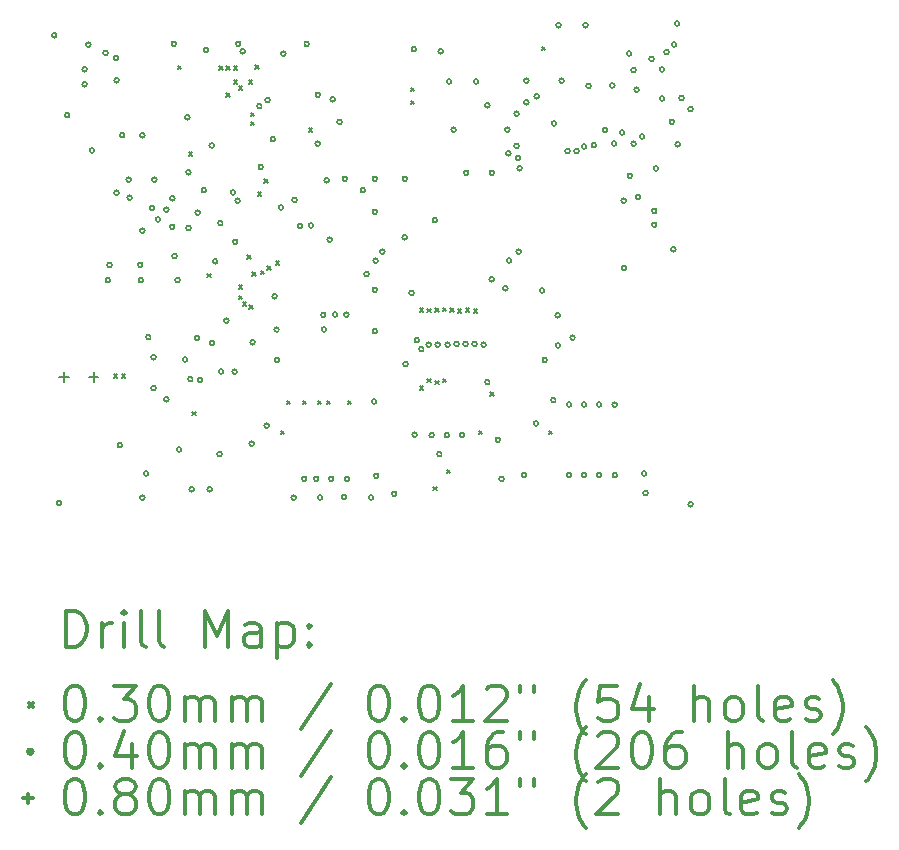
<source format=gbr>
%FSLAX45Y45*%
G04 Gerber Fmt 4.5, Leading zero omitted, Abs format (unit mm)*
G04 Created by KiCad (PCBNEW (5.1.5)-3) date 2020-08-18 03:56:37*
%MOMM*%
%LPD*%
G04 APERTURE LIST*
%ADD10C,0.200000*%
%ADD11C,0.300000*%
G04 APERTURE END LIST*
D10*
X13281900Y-13370800D02*
X13311900Y-13400800D01*
X13311900Y-13370800D02*
X13281900Y-13400800D01*
X13351750Y-13370800D02*
X13381750Y-13400800D01*
X13381750Y-13370800D02*
X13351750Y-13400800D01*
X13824300Y-10758300D02*
X13854300Y-10788300D01*
X13854300Y-10758300D02*
X13824300Y-10788300D01*
X13916900Y-11491200D02*
X13946900Y-11521200D01*
X13946900Y-11491200D02*
X13916900Y-11521200D01*
X13948650Y-13688300D02*
X13978650Y-13718300D01*
X13978650Y-13688300D02*
X13948650Y-13718300D01*
X14075650Y-12519900D02*
X14105650Y-12549900D01*
X14105650Y-12519900D02*
X14075650Y-12549900D01*
X14177250Y-10760950D02*
X14207250Y-10790950D01*
X14207250Y-10760950D02*
X14177250Y-10790950D01*
X14234400Y-10760950D02*
X14264400Y-10790950D01*
X14264400Y-10760950D02*
X14234400Y-10790950D01*
X14234400Y-10989550D02*
X14264400Y-11019550D01*
X14264400Y-10989550D02*
X14234400Y-11019550D01*
X14297900Y-10760950D02*
X14327900Y-10790950D01*
X14327900Y-10760950D02*
X14297900Y-10790950D01*
X14297900Y-10881600D02*
X14327900Y-10911600D01*
X14327900Y-10881600D02*
X14297900Y-10911600D01*
X14342350Y-10932400D02*
X14372350Y-10962400D01*
X14372350Y-10932400D02*
X14342350Y-10962400D01*
X14342350Y-12615150D02*
X14372350Y-12645150D01*
X14372350Y-12615150D02*
X14342350Y-12645150D01*
X14342350Y-12704050D02*
X14372350Y-12734050D01*
X14372350Y-12704050D02*
X14342350Y-12734050D01*
X14374100Y-12761200D02*
X14404100Y-12791200D01*
X14404100Y-12761200D02*
X14374100Y-12791200D01*
X14412200Y-12361150D02*
X14442200Y-12391150D01*
X14442200Y-12361150D02*
X14412200Y-12391150D01*
X14424900Y-10881600D02*
X14454900Y-10911600D01*
X14454900Y-10881600D02*
X14424900Y-10911600D01*
X14431250Y-12786600D02*
X14461250Y-12816600D01*
X14461250Y-12786600D02*
X14431250Y-12816600D01*
X14443298Y-11232772D02*
X14473298Y-11262772D01*
X14473298Y-11232772D02*
X14443298Y-11262772D01*
X14445220Y-11155920D02*
X14475220Y-11185920D01*
X14475220Y-11155920D02*
X14445220Y-11185920D01*
X14456650Y-12507200D02*
X14486650Y-12537200D01*
X14486650Y-12507200D02*
X14456650Y-12537200D01*
X14482050Y-10754600D02*
X14512050Y-10784600D01*
X14512050Y-10754600D02*
X14482050Y-10784600D01*
X14501100Y-11827750D02*
X14531100Y-11857750D01*
X14531100Y-11827750D02*
X14501100Y-11857750D01*
X14526500Y-12494500D02*
X14556500Y-12524500D01*
X14556500Y-12494500D02*
X14526500Y-12524500D01*
X14558250Y-11719800D02*
X14588250Y-11749800D01*
X14588250Y-11719800D02*
X14558250Y-11749800D01*
X14583650Y-12456400D02*
X14613650Y-12486400D01*
X14613650Y-12456400D02*
X14583650Y-12486400D01*
X14653500Y-12411950D02*
X14683500Y-12441950D01*
X14683500Y-12411950D02*
X14653500Y-12441950D01*
X14697950Y-13847050D02*
X14727950Y-13877050D01*
X14727950Y-13847050D02*
X14697950Y-13877050D01*
X14748750Y-13593050D02*
X14778750Y-13623050D01*
X14778750Y-13593050D02*
X14748750Y-13623050D01*
X14882100Y-13593050D02*
X14912100Y-13623050D01*
X14912100Y-13593050D02*
X14882100Y-13623050D01*
X14935251Y-11285649D02*
X14965251Y-11315649D01*
X14965251Y-11285649D02*
X14935251Y-11315649D01*
X15009100Y-13593050D02*
X15039100Y-13623050D01*
X15039100Y-13593050D02*
X15009100Y-13623050D01*
X15085300Y-13593050D02*
X15115300Y-13623050D01*
X15115300Y-13593050D02*
X15085300Y-13623050D01*
X15263100Y-13593050D02*
X15293100Y-13623050D01*
X15293100Y-13593050D02*
X15263100Y-13623050D01*
X15796500Y-10945100D02*
X15826500Y-10975100D01*
X15826500Y-10945100D02*
X15796500Y-10975100D01*
X15796500Y-11053050D02*
X15826500Y-11083050D01*
X15826500Y-11053050D02*
X15796500Y-11083050D01*
X15872700Y-12812000D02*
X15902700Y-12842000D01*
X15902700Y-12812000D02*
X15872700Y-12842000D01*
X15873800Y-13471300D02*
X15903800Y-13501300D01*
X15903800Y-13471300D02*
X15873800Y-13501300D01*
X15938800Y-12815750D02*
X15968800Y-12845750D01*
X15968800Y-12815750D02*
X15938800Y-12845750D01*
X15938800Y-13406300D02*
X15968800Y-13436300D01*
X15968800Y-13406300D02*
X15938800Y-13436300D01*
X15987000Y-14323300D02*
X16017000Y-14353300D01*
X16017000Y-14323300D02*
X15987000Y-14353300D01*
X16003800Y-12809750D02*
X16033800Y-12839750D01*
X16033800Y-12809750D02*
X16003800Y-12839750D01*
X16003800Y-13423850D02*
X16033800Y-13453850D01*
X16033800Y-13423850D02*
X16003800Y-13453850D01*
X16069550Y-12805650D02*
X16099550Y-12835650D01*
X16099550Y-12805650D02*
X16069550Y-12835650D01*
X16069550Y-13408900D02*
X16099550Y-13438900D01*
X16099550Y-13408900D02*
X16069550Y-13438900D01*
X16101300Y-14177250D02*
X16131300Y-14207250D01*
X16131300Y-14177250D02*
X16101300Y-14207250D01*
X16133050Y-12812000D02*
X16163050Y-12842000D01*
X16163050Y-12812000D02*
X16133050Y-12842000D01*
X16196550Y-12818350D02*
X16226550Y-12848350D01*
X16226550Y-12818350D02*
X16196550Y-12848350D01*
X16263800Y-12809400D02*
X16293800Y-12839400D01*
X16293800Y-12809400D02*
X16263800Y-12839400D01*
X16329900Y-12818350D02*
X16359900Y-12848350D01*
X16359900Y-12818350D02*
X16329900Y-12848350D01*
X16374350Y-13847050D02*
X16404350Y-13877050D01*
X16404350Y-13847050D02*
X16374350Y-13877050D01*
X16469600Y-13523200D02*
X16499600Y-13553200D01*
X16499600Y-13523200D02*
X16469600Y-13553200D01*
X16907750Y-10595850D02*
X16937750Y-10625850D01*
X16937750Y-10595850D02*
X16907750Y-10625850D01*
X16964900Y-13847050D02*
X16994900Y-13877050D01*
X16994900Y-13847050D02*
X16964900Y-13877050D01*
X12799475Y-10499825D02*
G75*
G03X12799475Y-10499825I-20000J0D01*
G01*
X12840650Y-14458950D02*
G75*
G03X12840650Y-14458950I-20000J0D01*
G01*
X12910050Y-11175550D02*
G75*
G03X12910050Y-11175550I-20000J0D01*
G01*
X13056550Y-10788650D02*
G75*
G03X13056550Y-10788650I-20000J0D01*
G01*
X13056550Y-10915650D02*
G75*
G03X13056550Y-10915650I-20000J0D01*
G01*
X13088300Y-10579100D02*
G75*
G03X13088300Y-10579100I-20000J0D01*
G01*
X13120050Y-11474450D02*
G75*
G03X13120050Y-11474450I-20000J0D01*
G01*
X13234350Y-10648950D02*
G75*
G03X13234350Y-10648950I-20000J0D01*
G01*
X13253400Y-12573000D02*
G75*
G03X13253400Y-12573000I-20000J0D01*
G01*
X13267950Y-12444150D02*
G75*
G03X13267950Y-12444150I-20000J0D01*
G01*
X13323250Y-10693400D02*
G75*
G03X13323250Y-10693400I-20000J0D01*
G01*
X13327053Y-11833853D02*
G75*
G03X13327053Y-11833853I-20000J0D01*
G01*
X13327425Y-10881725D02*
G75*
G03X13327425Y-10881725I-20000J0D01*
G01*
X13355000Y-13970750D02*
G75*
G03X13355000Y-13970750I-20000J0D01*
G01*
X13375438Y-11346062D02*
G75*
G03X13375438Y-11346062I-20000J0D01*
G01*
X13431200Y-11722100D02*
G75*
G03X13431200Y-11722100I-20000J0D01*
G01*
X13437550Y-11874500D02*
G75*
G03X13437550Y-11874500I-20000J0D01*
G01*
X13528500Y-12443950D02*
G75*
G03X13528500Y-12443950I-20000J0D01*
G01*
X13532800Y-12573000D02*
G75*
G03X13532800Y-12573000I-20000J0D01*
G01*
X13545500Y-12153900D02*
G75*
G03X13545500Y-12153900I-20000J0D01*
G01*
X13545500Y-14414500D02*
G75*
G03X13545500Y-14414500I-20000J0D01*
G01*
X13545996Y-11346954D02*
G75*
G03X13545996Y-11346954I-20000J0D01*
G01*
X13577250Y-14211300D02*
G75*
G03X13577250Y-14211300I-20000J0D01*
G01*
X13596300Y-13055600D02*
G75*
G03X13596300Y-13055600I-20000J0D01*
G01*
X13628050Y-11963400D02*
G75*
G03X13628050Y-11963400I-20000J0D01*
G01*
X13640750Y-13226150D02*
G75*
G03X13640750Y-13226150I-20000J0D01*
G01*
X13640750Y-13487400D02*
G75*
G03X13640750Y-13487400I-20000J0D01*
G01*
X13647100Y-11722100D02*
G75*
G03X13647100Y-11722100I-20000J0D01*
G01*
X13678850Y-12058650D02*
G75*
G03X13678850Y-12058650I-20000J0D01*
G01*
X13748700Y-11976100D02*
G75*
G03X13748700Y-11976100I-20000J0D01*
G01*
X13748700Y-13582650D02*
G75*
G03X13748700Y-13582650I-20000J0D01*
G01*
X13799500Y-11880850D02*
G75*
G03X13799500Y-11880850I-20000J0D01*
G01*
X13799500Y-12122150D02*
G75*
G03X13799500Y-12122150I-20000J0D01*
G01*
X13812200Y-10572750D02*
G75*
G03X13812200Y-10572750I-20000J0D01*
G01*
X13818550Y-12369800D02*
G75*
G03X13818550Y-12369800I-20000J0D01*
G01*
X13843950Y-12573000D02*
G75*
G03X13843950Y-12573000I-20000J0D01*
G01*
X13856650Y-14008100D02*
G75*
G03X13856650Y-14008100I-20000J0D01*
G01*
X13907450Y-13246100D02*
G75*
G03X13907450Y-13246100I-20000J0D01*
G01*
X13926050Y-11194600D02*
G75*
G03X13926050Y-11194600I-20000J0D01*
G01*
X13936400Y-11661400D02*
G75*
G03X13936400Y-11661400I-20000J0D01*
G01*
X13936400Y-12132050D02*
G75*
G03X13936400Y-12132050I-20000J0D01*
G01*
X13951900Y-13411200D02*
G75*
G03X13951900Y-13411200I-20000J0D01*
G01*
X13964600Y-14344650D02*
G75*
G03X13964600Y-14344650I-20000J0D01*
G01*
X14009050Y-13061950D02*
G75*
G03X14009050Y-13061950I-20000J0D01*
G01*
X14015400Y-12001500D02*
G75*
G03X14015400Y-12001500I-20000J0D01*
G01*
X14034450Y-13417550D02*
G75*
G03X14034450Y-13417550I-20000J0D01*
G01*
X14066200Y-11811000D02*
G75*
G03X14066200Y-11811000I-20000J0D01*
G01*
X14085250Y-10623550D02*
G75*
G03X14085250Y-10623550I-20000J0D01*
G01*
X14117000Y-14344650D02*
G75*
G03X14117000Y-14344650I-20000J0D01*
G01*
X14133150Y-11432900D02*
G75*
G03X14133150Y-11432900I-20000J0D01*
G01*
X14136050Y-13106400D02*
G75*
G03X14136050Y-13106400I-20000J0D01*
G01*
X14162075Y-12413625D02*
G75*
G03X14162075Y-12413625I-20000J0D01*
G01*
X14199550Y-14046200D02*
G75*
G03X14199550Y-14046200I-20000J0D01*
G01*
X14205900Y-12090400D02*
G75*
G03X14205900Y-12090400I-20000J0D01*
G01*
X14212250Y-13347700D02*
G75*
G03X14212250Y-13347700I-20000J0D01*
G01*
X14256700Y-12915900D02*
G75*
G03X14256700Y-12915900I-20000J0D01*
G01*
X14313850Y-11830050D02*
G75*
G03X14313850Y-11830050I-20000J0D01*
G01*
X14326550Y-13347700D02*
G75*
G03X14326550Y-13347700I-20000J0D01*
G01*
X14332900Y-12249150D02*
G75*
G03X14332900Y-12249150I-20000J0D01*
G01*
X14351950Y-11899900D02*
G75*
G03X14351950Y-11899900I-20000J0D01*
G01*
X14358300Y-10572750D02*
G75*
G03X14358300Y-10572750I-20000J0D01*
G01*
X14396400Y-10636250D02*
G75*
G03X14396400Y-10636250I-20000J0D01*
G01*
X14472600Y-13957300D02*
G75*
G03X14472600Y-13957300I-20000J0D01*
G01*
X14478950Y-13100050D02*
G75*
G03X14478950Y-13100050I-20000J0D01*
G01*
X14536100Y-11099800D02*
G75*
G03X14536100Y-11099800I-20000J0D01*
G01*
X14547900Y-11615050D02*
G75*
G03X14547900Y-11615050I-20000J0D01*
G01*
X14599600Y-13804900D02*
G75*
G03X14599600Y-13804900I-20000J0D01*
G01*
X14605950Y-11049000D02*
G75*
G03X14605950Y-11049000I-20000J0D01*
G01*
X14650400Y-11379200D02*
G75*
G03X14650400Y-11379200I-20000J0D01*
G01*
X14666150Y-12709650D02*
G75*
G03X14666150Y-12709650I-20000J0D01*
G01*
X14682150Y-12991200D02*
G75*
G03X14682150Y-12991200I-20000J0D01*
G01*
X14685050Y-13249000D02*
G75*
G03X14685050Y-13249000I-20000J0D01*
G01*
X14720250Y-11957050D02*
G75*
G03X14720250Y-11957050I-20000J0D01*
G01*
X14739300Y-10655300D02*
G75*
G03X14739300Y-10655300I-20000J0D01*
G01*
X14828200Y-14414500D02*
G75*
G03X14828200Y-14414500I-20000J0D01*
G01*
X14834550Y-11893550D02*
G75*
G03X14834550Y-11893550I-20000J0D01*
G01*
X14879740Y-12116540D02*
G75*
G03X14879740Y-12116540I-20000J0D01*
G01*
X14917100Y-14255750D02*
G75*
G03X14917100Y-14255750I-20000J0D01*
G01*
X14937250Y-10573850D02*
G75*
G03X14937250Y-10573850I-20000J0D01*
G01*
X14974250Y-12109450D02*
G75*
G03X14974250Y-12109450I-20000J0D01*
G01*
X15018700Y-14255750D02*
G75*
G03X15018700Y-14255750I-20000J0D01*
G01*
X15031400Y-11004550D02*
G75*
G03X15031400Y-11004550I-20000J0D01*
G01*
X15031400Y-11417300D02*
G75*
G03X15031400Y-11417300I-20000J0D01*
G01*
X15050450Y-14414500D02*
G75*
G03X15050450Y-14414500I-20000J0D01*
G01*
X15078000Y-12867250D02*
G75*
G03X15078000Y-12867250I-20000J0D01*
G01*
X15083100Y-12991200D02*
G75*
G03X15083100Y-12991200I-20000J0D01*
G01*
X15107600Y-11728450D02*
G75*
G03X15107600Y-11728450I-20000J0D01*
G01*
X15133000Y-12230100D02*
G75*
G03X15133000Y-12230100I-20000J0D01*
G01*
X15145700Y-14255750D02*
G75*
G03X15145700Y-14255750I-20000J0D01*
G01*
X15158400Y-11042650D02*
G75*
G03X15158400Y-11042650I-20000J0D01*
G01*
X15177450Y-12865100D02*
G75*
G03X15177450Y-12865100I-20000J0D01*
G01*
X15215550Y-11233150D02*
G75*
G03X15215550Y-11233150I-20000J0D01*
G01*
X15253650Y-14408150D02*
G75*
G03X15253650Y-14408150I-20000J0D01*
G01*
X15260000Y-11715750D02*
G75*
G03X15260000Y-11715750I-20000J0D01*
G01*
X15272700Y-12865100D02*
G75*
G03X15272700Y-12865100I-20000J0D01*
G01*
X15279050Y-14255750D02*
G75*
G03X15279050Y-14255750I-20000J0D01*
G01*
X15412400Y-11811000D02*
G75*
G03X15412400Y-11811000I-20000J0D01*
G01*
X15444150Y-12522200D02*
G75*
G03X15444150Y-12522200I-20000J0D01*
G01*
X15482250Y-14414500D02*
G75*
G03X15482250Y-14414500I-20000J0D01*
G01*
X15507650Y-13601700D02*
G75*
G03X15507650Y-13601700I-20000J0D01*
G01*
X15514000Y-11715750D02*
G75*
G03X15514000Y-11715750I-20000J0D01*
G01*
X15514000Y-11995150D02*
G75*
G03X15514000Y-11995150I-20000J0D01*
G01*
X15514000Y-12655550D02*
G75*
G03X15514000Y-12655550I-20000J0D01*
G01*
X15514000Y-13004800D02*
G75*
G03X15514000Y-13004800I-20000J0D01*
G01*
X15520350Y-12407900D02*
G75*
G03X15520350Y-12407900I-20000J0D01*
G01*
X15526700Y-14230350D02*
G75*
G03X15526700Y-14230350I-20000J0D01*
G01*
X15577500Y-12331700D02*
G75*
G03X15577500Y-12331700I-20000J0D01*
G01*
X15679100Y-14382750D02*
G75*
G03X15679100Y-14382750I-20000J0D01*
G01*
X15768000Y-11715750D02*
G75*
G03X15768000Y-11715750I-20000J0D01*
G01*
X15768000Y-12211050D02*
G75*
G03X15768000Y-12211050I-20000J0D01*
G01*
X15774500Y-13284200D02*
G75*
G03X15774500Y-13284200I-20000J0D01*
G01*
X15825150Y-12680950D02*
G75*
G03X15825150Y-12680950I-20000J0D01*
G01*
X15844200Y-10617200D02*
G75*
G03X15844200Y-10617200I-20000J0D01*
G01*
X15850550Y-13881100D02*
G75*
G03X15850550Y-13881100I-20000J0D01*
G01*
X15869600Y-13081000D02*
G75*
G03X15869600Y-13081000I-20000J0D01*
G01*
X15907700Y-13157200D02*
G75*
G03X15907700Y-13157200I-20000J0D01*
G01*
X15971200Y-13119100D02*
G75*
G03X15971200Y-13119100I-20000J0D01*
G01*
X15995600Y-13885050D02*
G75*
G03X15995600Y-13885050I-20000J0D01*
G01*
X16022000Y-12065000D02*
G75*
G03X16022000Y-12065000I-20000J0D01*
G01*
X16047400Y-13119100D02*
G75*
G03X16047400Y-13119100I-20000J0D01*
G01*
X16060100Y-14046200D02*
G75*
G03X16060100Y-14046200I-20000J0D01*
G01*
X16072800Y-10636250D02*
G75*
G03X16072800Y-10636250I-20000J0D01*
G01*
X16123600Y-13885050D02*
G75*
G03X16123600Y-13885050I-20000J0D01*
G01*
X16130483Y-13119633D02*
G75*
G03X16130483Y-13119633I-20000J0D01*
G01*
X16142650Y-10891150D02*
G75*
G03X16142650Y-10891150I-20000J0D01*
G01*
X16180750Y-11298450D02*
G75*
G03X16180750Y-11298450I-20000J0D01*
G01*
X16206150Y-13112750D02*
G75*
G03X16206150Y-13112750I-20000J0D01*
G01*
X16251600Y-13886450D02*
G75*
G03X16251600Y-13886450I-20000J0D01*
G01*
X16282350Y-13112750D02*
G75*
G03X16282350Y-13112750I-20000J0D01*
G01*
X16288700Y-11664950D02*
G75*
G03X16288700Y-11664950I-20000J0D01*
G01*
X16358550Y-13112750D02*
G75*
G03X16358550Y-13112750I-20000J0D01*
G01*
X16371250Y-10891150D02*
G75*
G03X16371250Y-10891150I-20000J0D01*
G01*
X16434750Y-13119100D02*
G75*
G03X16434750Y-13119100I-20000J0D01*
G01*
X16466500Y-11093450D02*
G75*
G03X16466500Y-11093450I-20000J0D01*
G01*
X16466500Y-13436600D02*
G75*
G03X16466500Y-13436600I-20000J0D01*
G01*
X16504600Y-11664950D02*
G75*
G03X16504600Y-11664950I-20000J0D01*
G01*
X16504600Y-12566650D02*
G75*
G03X16504600Y-12566650I-20000J0D01*
G01*
X16555400Y-13925550D02*
G75*
G03X16555400Y-13925550I-20000J0D01*
G01*
X16587150Y-14255750D02*
G75*
G03X16587150Y-14255750I-20000J0D01*
G01*
X16618900Y-12642850D02*
G75*
G03X16618900Y-12642850I-20000J0D01*
G01*
X16636150Y-11298450D02*
G75*
G03X16636150Y-11298450I-20000J0D01*
G01*
X16644300Y-11499850D02*
G75*
G03X16644300Y-11499850I-20000J0D01*
G01*
X16650650Y-12407900D02*
G75*
G03X16650650Y-12407900I-20000J0D01*
G01*
X16714150Y-11163300D02*
G75*
G03X16714150Y-11163300I-20000J0D01*
G01*
X16714150Y-11436350D02*
G75*
G03X16714150Y-11436350I-20000J0D01*
G01*
X16726850Y-11537950D02*
G75*
G03X16726850Y-11537950I-20000J0D01*
G01*
X16733200Y-12331700D02*
G75*
G03X16733200Y-12331700I-20000J0D01*
G01*
X16739550Y-11626850D02*
G75*
G03X16739550Y-11626850I-20000J0D01*
G01*
X16777650Y-14224000D02*
G75*
G03X16777650Y-14224000I-20000J0D01*
G01*
X16796700Y-10883900D02*
G75*
G03X16796700Y-10883900I-20000J0D01*
G01*
X16796700Y-11068050D02*
G75*
G03X16796700Y-11068050I-20000J0D01*
G01*
X16879250Y-13785850D02*
G75*
G03X16879250Y-13785850I-20000J0D01*
G01*
X16885600Y-11017250D02*
G75*
G03X16885600Y-11017250I-20000J0D01*
G01*
X16930200Y-12661900D02*
G75*
G03X16930200Y-12661900I-20000J0D01*
G01*
X16952550Y-13249000D02*
G75*
G03X16952550Y-13249000I-20000J0D01*
G01*
X17025300Y-13589000D02*
G75*
G03X17025300Y-13589000I-20000J0D01*
G01*
X17031650Y-11245850D02*
G75*
G03X17031650Y-11245850I-20000J0D01*
G01*
X17063400Y-12871450D02*
G75*
G03X17063400Y-12871450I-20000J0D01*
G01*
X17064500Y-13126550D02*
G75*
G03X17064500Y-13126550I-20000J0D01*
G01*
X17069750Y-10415021D02*
G75*
G03X17069750Y-10415021I-20000J0D01*
G01*
X17095150Y-10883900D02*
G75*
G03X17095150Y-10883900I-20000J0D01*
G01*
X17145950Y-11480800D02*
G75*
G03X17145950Y-11480800I-20000J0D01*
G01*
X17158650Y-13627100D02*
G75*
G03X17158650Y-13627100I-20000J0D01*
G01*
X17158650Y-14224000D02*
G75*
G03X17158650Y-14224000I-20000J0D01*
G01*
X17188050Y-13059600D02*
G75*
G03X17188050Y-13059600I-20000J0D01*
G01*
X17222150Y-11480800D02*
G75*
G03X17222150Y-11480800I-20000J0D01*
G01*
X17285650Y-11442700D02*
G75*
G03X17285650Y-11442700I-20000J0D01*
G01*
X17285650Y-13627100D02*
G75*
G03X17285650Y-13627100I-20000J0D01*
G01*
X17285650Y-14224000D02*
G75*
G03X17285650Y-14224000I-20000J0D01*
G01*
X17298350Y-10415021D02*
G75*
G03X17298350Y-10415021I-20000J0D01*
G01*
X17323750Y-10928350D02*
G75*
G03X17323750Y-10928350I-20000J0D01*
G01*
X17368200Y-11430000D02*
G75*
G03X17368200Y-11430000I-20000J0D01*
G01*
X17412650Y-13627100D02*
G75*
G03X17412650Y-13627100I-20000J0D01*
G01*
X17412650Y-14224000D02*
G75*
G03X17412650Y-14224000I-20000J0D01*
G01*
X17463450Y-11303000D02*
G75*
G03X17463450Y-11303000I-20000J0D01*
G01*
X17524050Y-10924900D02*
G75*
G03X17524050Y-10924900I-20000J0D01*
G01*
X17539650Y-11417300D02*
G75*
G03X17539650Y-11417300I-20000J0D01*
G01*
X17546000Y-13627100D02*
G75*
G03X17546000Y-13627100I-20000J0D01*
G01*
X17546000Y-14224000D02*
G75*
G03X17546000Y-14224000I-20000J0D01*
G01*
X17607752Y-11323798D02*
G75*
G03X17607752Y-11323798I-20000J0D01*
G01*
X17622200Y-11899900D02*
G75*
G03X17622200Y-11899900I-20000J0D01*
G01*
X17623450Y-12470150D02*
G75*
G03X17623450Y-12470150I-20000J0D01*
G01*
X17666650Y-10655300D02*
G75*
G03X17666650Y-10655300I-20000J0D01*
G01*
X17673000Y-11690350D02*
G75*
G03X17673000Y-11690350I-20000J0D01*
G01*
X17704750Y-10795000D02*
G75*
G03X17704750Y-10795000I-20000J0D01*
G01*
X17704750Y-11417300D02*
G75*
G03X17704750Y-11417300I-20000J0D01*
G01*
X17730150Y-10960100D02*
G75*
G03X17730150Y-10960100I-20000J0D01*
G01*
X17742850Y-11868150D02*
G75*
G03X17742850Y-11868150I-20000J0D01*
G01*
X17776850Y-11357900D02*
G75*
G03X17776850Y-11357900I-20000J0D01*
G01*
X17793650Y-14211300D02*
G75*
G03X17793650Y-14211300I-20000J0D01*
G01*
X17806350Y-14376400D02*
G75*
G03X17806350Y-14376400I-20000J0D01*
G01*
X17857150Y-10699750D02*
G75*
G03X17857150Y-10699750I-20000J0D01*
G01*
X17880010Y-11987530D02*
G75*
G03X17880010Y-11987530I-20000J0D01*
G01*
X17880010Y-12104370D02*
G75*
G03X17880010Y-12104370I-20000J0D01*
G01*
X17895250Y-11626850D02*
G75*
G03X17895250Y-11626850I-20000J0D01*
G01*
X17946050Y-10788650D02*
G75*
G03X17946050Y-10788650I-20000J0D01*
G01*
X17946050Y-11036300D02*
G75*
G03X17946050Y-11036300I-20000J0D01*
G01*
X17984150Y-10642600D02*
G75*
G03X17984150Y-10642600I-20000J0D01*
G01*
X18028600Y-11233150D02*
G75*
G03X18028600Y-11233150I-20000J0D01*
G01*
X18041300Y-12312650D02*
G75*
G03X18041300Y-12312650I-20000J0D01*
G01*
X18047650Y-10579100D02*
G75*
G03X18047650Y-10579100I-20000J0D01*
G01*
X18073050Y-10401300D02*
G75*
G03X18073050Y-10401300I-20000J0D01*
G01*
X18079400Y-11423650D02*
G75*
G03X18079400Y-11423650I-20000J0D01*
G01*
X18111925Y-11030725D02*
G75*
G03X18111925Y-11030725I-20000J0D01*
G01*
X18187350Y-11125200D02*
G75*
G03X18187350Y-11125200I-20000J0D01*
G01*
X18187350Y-14471650D02*
G75*
G03X18187350Y-14471650I-20000J0D01*
G01*
X12862750Y-13352150D02*
X12862750Y-13432150D01*
X12822750Y-13392150D02*
X12902750Y-13392150D01*
X13112750Y-13352150D02*
X13112750Y-13432150D01*
X13072750Y-13392150D02*
X13152750Y-13392150D01*
D11*
X12883558Y-15675234D02*
X12883558Y-15375234D01*
X12954987Y-15375234D01*
X12997844Y-15389520D01*
X13026416Y-15418091D01*
X13040701Y-15446663D01*
X13054987Y-15503806D01*
X13054987Y-15546663D01*
X13040701Y-15603806D01*
X13026416Y-15632377D01*
X12997844Y-15660949D01*
X12954987Y-15675234D01*
X12883558Y-15675234D01*
X13183558Y-15675234D02*
X13183558Y-15475234D01*
X13183558Y-15532377D02*
X13197844Y-15503806D01*
X13212130Y-15489520D01*
X13240701Y-15475234D01*
X13269273Y-15475234D01*
X13369273Y-15675234D02*
X13369273Y-15475234D01*
X13369273Y-15375234D02*
X13354987Y-15389520D01*
X13369273Y-15403806D01*
X13383558Y-15389520D01*
X13369273Y-15375234D01*
X13369273Y-15403806D01*
X13554987Y-15675234D02*
X13526416Y-15660949D01*
X13512130Y-15632377D01*
X13512130Y-15375234D01*
X13712130Y-15675234D02*
X13683558Y-15660949D01*
X13669273Y-15632377D01*
X13669273Y-15375234D01*
X14054987Y-15675234D02*
X14054987Y-15375234D01*
X14154987Y-15589520D01*
X14254987Y-15375234D01*
X14254987Y-15675234D01*
X14526416Y-15675234D02*
X14526416Y-15518091D01*
X14512130Y-15489520D01*
X14483558Y-15475234D01*
X14426416Y-15475234D01*
X14397844Y-15489520D01*
X14526416Y-15660949D02*
X14497844Y-15675234D01*
X14426416Y-15675234D01*
X14397844Y-15660949D01*
X14383558Y-15632377D01*
X14383558Y-15603806D01*
X14397844Y-15575234D01*
X14426416Y-15560949D01*
X14497844Y-15560949D01*
X14526416Y-15546663D01*
X14669273Y-15475234D02*
X14669273Y-15775234D01*
X14669273Y-15489520D02*
X14697844Y-15475234D01*
X14754987Y-15475234D01*
X14783558Y-15489520D01*
X14797844Y-15503806D01*
X14812130Y-15532377D01*
X14812130Y-15618091D01*
X14797844Y-15646663D01*
X14783558Y-15660949D01*
X14754987Y-15675234D01*
X14697844Y-15675234D01*
X14669273Y-15660949D01*
X14940701Y-15646663D02*
X14954987Y-15660949D01*
X14940701Y-15675234D01*
X14926416Y-15660949D01*
X14940701Y-15646663D01*
X14940701Y-15675234D01*
X14940701Y-15489520D02*
X14954987Y-15503806D01*
X14940701Y-15518091D01*
X14926416Y-15503806D01*
X14940701Y-15489520D01*
X14940701Y-15518091D01*
X12567130Y-16154520D02*
X12597130Y-16184520D01*
X12597130Y-16154520D02*
X12567130Y-16184520D01*
X12940701Y-16005234D02*
X12969273Y-16005234D01*
X12997844Y-16019520D01*
X13012130Y-16033806D01*
X13026416Y-16062377D01*
X13040701Y-16119520D01*
X13040701Y-16190949D01*
X13026416Y-16248091D01*
X13012130Y-16276663D01*
X12997844Y-16290949D01*
X12969273Y-16305234D01*
X12940701Y-16305234D01*
X12912130Y-16290949D01*
X12897844Y-16276663D01*
X12883558Y-16248091D01*
X12869273Y-16190949D01*
X12869273Y-16119520D01*
X12883558Y-16062377D01*
X12897844Y-16033806D01*
X12912130Y-16019520D01*
X12940701Y-16005234D01*
X13169273Y-16276663D02*
X13183558Y-16290949D01*
X13169273Y-16305234D01*
X13154987Y-16290949D01*
X13169273Y-16276663D01*
X13169273Y-16305234D01*
X13283558Y-16005234D02*
X13469273Y-16005234D01*
X13369273Y-16119520D01*
X13412130Y-16119520D01*
X13440701Y-16133806D01*
X13454987Y-16148091D01*
X13469273Y-16176663D01*
X13469273Y-16248091D01*
X13454987Y-16276663D01*
X13440701Y-16290949D01*
X13412130Y-16305234D01*
X13326416Y-16305234D01*
X13297844Y-16290949D01*
X13283558Y-16276663D01*
X13654987Y-16005234D02*
X13683558Y-16005234D01*
X13712130Y-16019520D01*
X13726416Y-16033806D01*
X13740701Y-16062377D01*
X13754987Y-16119520D01*
X13754987Y-16190949D01*
X13740701Y-16248091D01*
X13726416Y-16276663D01*
X13712130Y-16290949D01*
X13683558Y-16305234D01*
X13654987Y-16305234D01*
X13626416Y-16290949D01*
X13612130Y-16276663D01*
X13597844Y-16248091D01*
X13583558Y-16190949D01*
X13583558Y-16119520D01*
X13597844Y-16062377D01*
X13612130Y-16033806D01*
X13626416Y-16019520D01*
X13654987Y-16005234D01*
X13883558Y-16305234D02*
X13883558Y-16105234D01*
X13883558Y-16133806D02*
X13897844Y-16119520D01*
X13926416Y-16105234D01*
X13969273Y-16105234D01*
X13997844Y-16119520D01*
X14012130Y-16148091D01*
X14012130Y-16305234D01*
X14012130Y-16148091D02*
X14026416Y-16119520D01*
X14054987Y-16105234D01*
X14097844Y-16105234D01*
X14126416Y-16119520D01*
X14140701Y-16148091D01*
X14140701Y-16305234D01*
X14283558Y-16305234D02*
X14283558Y-16105234D01*
X14283558Y-16133806D02*
X14297844Y-16119520D01*
X14326416Y-16105234D01*
X14369273Y-16105234D01*
X14397844Y-16119520D01*
X14412130Y-16148091D01*
X14412130Y-16305234D01*
X14412130Y-16148091D02*
X14426416Y-16119520D01*
X14454987Y-16105234D01*
X14497844Y-16105234D01*
X14526416Y-16119520D01*
X14540701Y-16148091D01*
X14540701Y-16305234D01*
X15126416Y-15990949D02*
X14869273Y-16376663D01*
X15512130Y-16005234D02*
X15540701Y-16005234D01*
X15569273Y-16019520D01*
X15583558Y-16033806D01*
X15597844Y-16062377D01*
X15612130Y-16119520D01*
X15612130Y-16190949D01*
X15597844Y-16248091D01*
X15583558Y-16276663D01*
X15569273Y-16290949D01*
X15540701Y-16305234D01*
X15512130Y-16305234D01*
X15483558Y-16290949D01*
X15469273Y-16276663D01*
X15454987Y-16248091D01*
X15440701Y-16190949D01*
X15440701Y-16119520D01*
X15454987Y-16062377D01*
X15469273Y-16033806D01*
X15483558Y-16019520D01*
X15512130Y-16005234D01*
X15740701Y-16276663D02*
X15754987Y-16290949D01*
X15740701Y-16305234D01*
X15726416Y-16290949D01*
X15740701Y-16276663D01*
X15740701Y-16305234D01*
X15940701Y-16005234D02*
X15969273Y-16005234D01*
X15997844Y-16019520D01*
X16012130Y-16033806D01*
X16026416Y-16062377D01*
X16040701Y-16119520D01*
X16040701Y-16190949D01*
X16026416Y-16248091D01*
X16012130Y-16276663D01*
X15997844Y-16290949D01*
X15969273Y-16305234D01*
X15940701Y-16305234D01*
X15912130Y-16290949D01*
X15897844Y-16276663D01*
X15883558Y-16248091D01*
X15869273Y-16190949D01*
X15869273Y-16119520D01*
X15883558Y-16062377D01*
X15897844Y-16033806D01*
X15912130Y-16019520D01*
X15940701Y-16005234D01*
X16326416Y-16305234D02*
X16154987Y-16305234D01*
X16240701Y-16305234D02*
X16240701Y-16005234D01*
X16212130Y-16048091D01*
X16183558Y-16076663D01*
X16154987Y-16090949D01*
X16440701Y-16033806D02*
X16454987Y-16019520D01*
X16483558Y-16005234D01*
X16554987Y-16005234D01*
X16583558Y-16019520D01*
X16597844Y-16033806D01*
X16612130Y-16062377D01*
X16612130Y-16090949D01*
X16597844Y-16133806D01*
X16426416Y-16305234D01*
X16612130Y-16305234D01*
X16726416Y-16005234D02*
X16726416Y-16062377D01*
X16840701Y-16005234D02*
X16840701Y-16062377D01*
X17283558Y-16419520D02*
X17269273Y-16405234D01*
X17240701Y-16362377D01*
X17226416Y-16333806D01*
X17212130Y-16290949D01*
X17197844Y-16219520D01*
X17197844Y-16162377D01*
X17212130Y-16090949D01*
X17226416Y-16048091D01*
X17240701Y-16019520D01*
X17269273Y-15976663D01*
X17283558Y-15962377D01*
X17540701Y-16005234D02*
X17397844Y-16005234D01*
X17383558Y-16148091D01*
X17397844Y-16133806D01*
X17426416Y-16119520D01*
X17497844Y-16119520D01*
X17526416Y-16133806D01*
X17540701Y-16148091D01*
X17554987Y-16176663D01*
X17554987Y-16248091D01*
X17540701Y-16276663D01*
X17526416Y-16290949D01*
X17497844Y-16305234D01*
X17426416Y-16305234D01*
X17397844Y-16290949D01*
X17383558Y-16276663D01*
X17812130Y-16105234D02*
X17812130Y-16305234D01*
X17740701Y-15990949D02*
X17669273Y-16205234D01*
X17854987Y-16205234D01*
X18197844Y-16305234D02*
X18197844Y-16005234D01*
X18326416Y-16305234D02*
X18326416Y-16148091D01*
X18312130Y-16119520D01*
X18283558Y-16105234D01*
X18240701Y-16105234D01*
X18212130Y-16119520D01*
X18197844Y-16133806D01*
X18512130Y-16305234D02*
X18483558Y-16290949D01*
X18469273Y-16276663D01*
X18454987Y-16248091D01*
X18454987Y-16162377D01*
X18469273Y-16133806D01*
X18483558Y-16119520D01*
X18512130Y-16105234D01*
X18554987Y-16105234D01*
X18583558Y-16119520D01*
X18597844Y-16133806D01*
X18612130Y-16162377D01*
X18612130Y-16248091D01*
X18597844Y-16276663D01*
X18583558Y-16290949D01*
X18554987Y-16305234D01*
X18512130Y-16305234D01*
X18783558Y-16305234D02*
X18754987Y-16290949D01*
X18740701Y-16262377D01*
X18740701Y-16005234D01*
X19012130Y-16290949D02*
X18983558Y-16305234D01*
X18926416Y-16305234D01*
X18897844Y-16290949D01*
X18883558Y-16262377D01*
X18883558Y-16148091D01*
X18897844Y-16119520D01*
X18926416Y-16105234D01*
X18983558Y-16105234D01*
X19012130Y-16119520D01*
X19026416Y-16148091D01*
X19026416Y-16176663D01*
X18883558Y-16205234D01*
X19140701Y-16290949D02*
X19169273Y-16305234D01*
X19226416Y-16305234D01*
X19254987Y-16290949D01*
X19269273Y-16262377D01*
X19269273Y-16248091D01*
X19254987Y-16219520D01*
X19226416Y-16205234D01*
X19183558Y-16205234D01*
X19154987Y-16190949D01*
X19140701Y-16162377D01*
X19140701Y-16148091D01*
X19154987Y-16119520D01*
X19183558Y-16105234D01*
X19226416Y-16105234D01*
X19254987Y-16119520D01*
X19369273Y-16419520D02*
X19383558Y-16405234D01*
X19412130Y-16362377D01*
X19426416Y-16333806D01*
X19440701Y-16290949D01*
X19454987Y-16219520D01*
X19454987Y-16162377D01*
X19440701Y-16090949D01*
X19426416Y-16048091D01*
X19412130Y-16019520D01*
X19383558Y-15976663D01*
X19369273Y-15962377D01*
X12597130Y-16565520D02*
G75*
G03X12597130Y-16565520I-20000J0D01*
G01*
X12940701Y-16401234D02*
X12969273Y-16401234D01*
X12997844Y-16415520D01*
X13012130Y-16429806D01*
X13026416Y-16458377D01*
X13040701Y-16515520D01*
X13040701Y-16586949D01*
X13026416Y-16644091D01*
X13012130Y-16672663D01*
X12997844Y-16686949D01*
X12969273Y-16701234D01*
X12940701Y-16701234D01*
X12912130Y-16686949D01*
X12897844Y-16672663D01*
X12883558Y-16644091D01*
X12869273Y-16586949D01*
X12869273Y-16515520D01*
X12883558Y-16458377D01*
X12897844Y-16429806D01*
X12912130Y-16415520D01*
X12940701Y-16401234D01*
X13169273Y-16672663D02*
X13183558Y-16686949D01*
X13169273Y-16701234D01*
X13154987Y-16686949D01*
X13169273Y-16672663D01*
X13169273Y-16701234D01*
X13440701Y-16501234D02*
X13440701Y-16701234D01*
X13369273Y-16386949D02*
X13297844Y-16601234D01*
X13483558Y-16601234D01*
X13654987Y-16401234D02*
X13683558Y-16401234D01*
X13712130Y-16415520D01*
X13726416Y-16429806D01*
X13740701Y-16458377D01*
X13754987Y-16515520D01*
X13754987Y-16586949D01*
X13740701Y-16644091D01*
X13726416Y-16672663D01*
X13712130Y-16686949D01*
X13683558Y-16701234D01*
X13654987Y-16701234D01*
X13626416Y-16686949D01*
X13612130Y-16672663D01*
X13597844Y-16644091D01*
X13583558Y-16586949D01*
X13583558Y-16515520D01*
X13597844Y-16458377D01*
X13612130Y-16429806D01*
X13626416Y-16415520D01*
X13654987Y-16401234D01*
X13883558Y-16701234D02*
X13883558Y-16501234D01*
X13883558Y-16529806D02*
X13897844Y-16515520D01*
X13926416Y-16501234D01*
X13969273Y-16501234D01*
X13997844Y-16515520D01*
X14012130Y-16544091D01*
X14012130Y-16701234D01*
X14012130Y-16544091D02*
X14026416Y-16515520D01*
X14054987Y-16501234D01*
X14097844Y-16501234D01*
X14126416Y-16515520D01*
X14140701Y-16544091D01*
X14140701Y-16701234D01*
X14283558Y-16701234D02*
X14283558Y-16501234D01*
X14283558Y-16529806D02*
X14297844Y-16515520D01*
X14326416Y-16501234D01*
X14369273Y-16501234D01*
X14397844Y-16515520D01*
X14412130Y-16544091D01*
X14412130Y-16701234D01*
X14412130Y-16544091D02*
X14426416Y-16515520D01*
X14454987Y-16501234D01*
X14497844Y-16501234D01*
X14526416Y-16515520D01*
X14540701Y-16544091D01*
X14540701Y-16701234D01*
X15126416Y-16386949D02*
X14869273Y-16772663D01*
X15512130Y-16401234D02*
X15540701Y-16401234D01*
X15569273Y-16415520D01*
X15583558Y-16429806D01*
X15597844Y-16458377D01*
X15612130Y-16515520D01*
X15612130Y-16586949D01*
X15597844Y-16644091D01*
X15583558Y-16672663D01*
X15569273Y-16686949D01*
X15540701Y-16701234D01*
X15512130Y-16701234D01*
X15483558Y-16686949D01*
X15469273Y-16672663D01*
X15454987Y-16644091D01*
X15440701Y-16586949D01*
X15440701Y-16515520D01*
X15454987Y-16458377D01*
X15469273Y-16429806D01*
X15483558Y-16415520D01*
X15512130Y-16401234D01*
X15740701Y-16672663D02*
X15754987Y-16686949D01*
X15740701Y-16701234D01*
X15726416Y-16686949D01*
X15740701Y-16672663D01*
X15740701Y-16701234D01*
X15940701Y-16401234D02*
X15969273Y-16401234D01*
X15997844Y-16415520D01*
X16012130Y-16429806D01*
X16026416Y-16458377D01*
X16040701Y-16515520D01*
X16040701Y-16586949D01*
X16026416Y-16644091D01*
X16012130Y-16672663D01*
X15997844Y-16686949D01*
X15969273Y-16701234D01*
X15940701Y-16701234D01*
X15912130Y-16686949D01*
X15897844Y-16672663D01*
X15883558Y-16644091D01*
X15869273Y-16586949D01*
X15869273Y-16515520D01*
X15883558Y-16458377D01*
X15897844Y-16429806D01*
X15912130Y-16415520D01*
X15940701Y-16401234D01*
X16326416Y-16701234D02*
X16154987Y-16701234D01*
X16240701Y-16701234D02*
X16240701Y-16401234D01*
X16212130Y-16444091D01*
X16183558Y-16472663D01*
X16154987Y-16486949D01*
X16583558Y-16401234D02*
X16526416Y-16401234D01*
X16497844Y-16415520D01*
X16483558Y-16429806D01*
X16454987Y-16472663D01*
X16440701Y-16529806D01*
X16440701Y-16644091D01*
X16454987Y-16672663D01*
X16469273Y-16686949D01*
X16497844Y-16701234D01*
X16554987Y-16701234D01*
X16583558Y-16686949D01*
X16597844Y-16672663D01*
X16612130Y-16644091D01*
X16612130Y-16572663D01*
X16597844Y-16544091D01*
X16583558Y-16529806D01*
X16554987Y-16515520D01*
X16497844Y-16515520D01*
X16469273Y-16529806D01*
X16454987Y-16544091D01*
X16440701Y-16572663D01*
X16726416Y-16401234D02*
X16726416Y-16458377D01*
X16840701Y-16401234D02*
X16840701Y-16458377D01*
X17283558Y-16815520D02*
X17269273Y-16801234D01*
X17240701Y-16758377D01*
X17226416Y-16729806D01*
X17212130Y-16686949D01*
X17197844Y-16615520D01*
X17197844Y-16558377D01*
X17212130Y-16486949D01*
X17226416Y-16444091D01*
X17240701Y-16415520D01*
X17269273Y-16372663D01*
X17283558Y-16358377D01*
X17383558Y-16429806D02*
X17397844Y-16415520D01*
X17426416Y-16401234D01*
X17497844Y-16401234D01*
X17526416Y-16415520D01*
X17540701Y-16429806D01*
X17554987Y-16458377D01*
X17554987Y-16486949D01*
X17540701Y-16529806D01*
X17369273Y-16701234D01*
X17554987Y-16701234D01*
X17740701Y-16401234D02*
X17769273Y-16401234D01*
X17797844Y-16415520D01*
X17812130Y-16429806D01*
X17826416Y-16458377D01*
X17840701Y-16515520D01*
X17840701Y-16586949D01*
X17826416Y-16644091D01*
X17812130Y-16672663D01*
X17797844Y-16686949D01*
X17769273Y-16701234D01*
X17740701Y-16701234D01*
X17712130Y-16686949D01*
X17697844Y-16672663D01*
X17683558Y-16644091D01*
X17669273Y-16586949D01*
X17669273Y-16515520D01*
X17683558Y-16458377D01*
X17697844Y-16429806D01*
X17712130Y-16415520D01*
X17740701Y-16401234D01*
X18097844Y-16401234D02*
X18040701Y-16401234D01*
X18012130Y-16415520D01*
X17997844Y-16429806D01*
X17969273Y-16472663D01*
X17954987Y-16529806D01*
X17954987Y-16644091D01*
X17969273Y-16672663D01*
X17983558Y-16686949D01*
X18012130Y-16701234D01*
X18069273Y-16701234D01*
X18097844Y-16686949D01*
X18112130Y-16672663D01*
X18126416Y-16644091D01*
X18126416Y-16572663D01*
X18112130Y-16544091D01*
X18097844Y-16529806D01*
X18069273Y-16515520D01*
X18012130Y-16515520D01*
X17983558Y-16529806D01*
X17969273Y-16544091D01*
X17954987Y-16572663D01*
X18483558Y-16701234D02*
X18483558Y-16401234D01*
X18612130Y-16701234D02*
X18612130Y-16544091D01*
X18597844Y-16515520D01*
X18569273Y-16501234D01*
X18526416Y-16501234D01*
X18497844Y-16515520D01*
X18483558Y-16529806D01*
X18797844Y-16701234D02*
X18769273Y-16686949D01*
X18754987Y-16672663D01*
X18740701Y-16644091D01*
X18740701Y-16558377D01*
X18754987Y-16529806D01*
X18769273Y-16515520D01*
X18797844Y-16501234D01*
X18840701Y-16501234D01*
X18869273Y-16515520D01*
X18883558Y-16529806D01*
X18897844Y-16558377D01*
X18897844Y-16644091D01*
X18883558Y-16672663D01*
X18869273Y-16686949D01*
X18840701Y-16701234D01*
X18797844Y-16701234D01*
X19069273Y-16701234D02*
X19040701Y-16686949D01*
X19026416Y-16658377D01*
X19026416Y-16401234D01*
X19297844Y-16686949D02*
X19269273Y-16701234D01*
X19212130Y-16701234D01*
X19183558Y-16686949D01*
X19169273Y-16658377D01*
X19169273Y-16544091D01*
X19183558Y-16515520D01*
X19212130Y-16501234D01*
X19269273Y-16501234D01*
X19297844Y-16515520D01*
X19312130Y-16544091D01*
X19312130Y-16572663D01*
X19169273Y-16601234D01*
X19426416Y-16686949D02*
X19454987Y-16701234D01*
X19512130Y-16701234D01*
X19540701Y-16686949D01*
X19554987Y-16658377D01*
X19554987Y-16644091D01*
X19540701Y-16615520D01*
X19512130Y-16601234D01*
X19469273Y-16601234D01*
X19440701Y-16586949D01*
X19426416Y-16558377D01*
X19426416Y-16544091D01*
X19440701Y-16515520D01*
X19469273Y-16501234D01*
X19512130Y-16501234D01*
X19540701Y-16515520D01*
X19654987Y-16815520D02*
X19669273Y-16801234D01*
X19697844Y-16758377D01*
X19712130Y-16729806D01*
X19726416Y-16686949D01*
X19740701Y-16615520D01*
X19740701Y-16558377D01*
X19726416Y-16486949D01*
X19712130Y-16444091D01*
X19697844Y-16415520D01*
X19669273Y-16372663D01*
X19654987Y-16358377D01*
X12557130Y-16921520D02*
X12557130Y-17001520D01*
X12517130Y-16961520D02*
X12597130Y-16961520D01*
X12940701Y-16797234D02*
X12969273Y-16797234D01*
X12997844Y-16811520D01*
X13012130Y-16825806D01*
X13026416Y-16854377D01*
X13040701Y-16911520D01*
X13040701Y-16982949D01*
X13026416Y-17040092D01*
X13012130Y-17068663D01*
X12997844Y-17082949D01*
X12969273Y-17097234D01*
X12940701Y-17097234D01*
X12912130Y-17082949D01*
X12897844Y-17068663D01*
X12883558Y-17040092D01*
X12869273Y-16982949D01*
X12869273Y-16911520D01*
X12883558Y-16854377D01*
X12897844Y-16825806D01*
X12912130Y-16811520D01*
X12940701Y-16797234D01*
X13169273Y-17068663D02*
X13183558Y-17082949D01*
X13169273Y-17097234D01*
X13154987Y-17082949D01*
X13169273Y-17068663D01*
X13169273Y-17097234D01*
X13354987Y-16925806D02*
X13326416Y-16911520D01*
X13312130Y-16897234D01*
X13297844Y-16868663D01*
X13297844Y-16854377D01*
X13312130Y-16825806D01*
X13326416Y-16811520D01*
X13354987Y-16797234D01*
X13412130Y-16797234D01*
X13440701Y-16811520D01*
X13454987Y-16825806D01*
X13469273Y-16854377D01*
X13469273Y-16868663D01*
X13454987Y-16897234D01*
X13440701Y-16911520D01*
X13412130Y-16925806D01*
X13354987Y-16925806D01*
X13326416Y-16940092D01*
X13312130Y-16954377D01*
X13297844Y-16982949D01*
X13297844Y-17040092D01*
X13312130Y-17068663D01*
X13326416Y-17082949D01*
X13354987Y-17097234D01*
X13412130Y-17097234D01*
X13440701Y-17082949D01*
X13454987Y-17068663D01*
X13469273Y-17040092D01*
X13469273Y-16982949D01*
X13454987Y-16954377D01*
X13440701Y-16940092D01*
X13412130Y-16925806D01*
X13654987Y-16797234D02*
X13683558Y-16797234D01*
X13712130Y-16811520D01*
X13726416Y-16825806D01*
X13740701Y-16854377D01*
X13754987Y-16911520D01*
X13754987Y-16982949D01*
X13740701Y-17040092D01*
X13726416Y-17068663D01*
X13712130Y-17082949D01*
X13683558Y-17097234D01*
X13654987Y-17097234D01*
X13626416Y-17082949D01*
X13612130Y-17068663D01*
X13597844Y-17040092D01*
X13583558Y-16982949D01*
X13583558Y-16911520D01*
X13597844Y-16854377D01*
X13612130Y-16825806D01*
X13626416Y-16811520D01*
X13654987Y-16797234D01*
X13883558Y-17097234D02*
X13883558Y-16897234D01*
X13883558Y-16925806D02*
X13897844Y-16911520D01*
X13926416Y-16897234D01*
X13969273Y-16897234D01*
X13997844Y-16911520D01*
X14012130Y-16940092D01*
X14012130Y-17097234D01*
X14012130Y-16940092D02*
X14026416Y-16911520D01*
X14054987Y-16897234D01*
X14097844Y-16897234D01*
X14126416Y-16911520D01*
X14140701Y-16940092D01*
X14140701Y-17097234D01*
X14283558Y-17097234D02*
X14283558Y-16897234D01*
X14283558Y-16925806D02*
X14297844Y-16911520D01*
X14326416Y-16897234D01*
X14369273Y-16897234D01*
X14397844Y-16911520D01*
X14412130Y-16940092D01*
X14412130Y-17097234D01*
X14412130Y-16940092D02*
X14426416Y-16911520D01*
X14454987Y-16897234D01*
X14497844Y-16897234D01*
X14526416Y-16911520D01*
X14540701Y-16940092D01*
X14540701Y-17097234D01*
X15126416Y-16782949D02*
X14869273Y-17168663D01*
X15512130Y-16797234D02*
X15540701Y-16797234D01*
X15569273Y-16811520D01*
X15583558Y-16825806D01*
X15597844Y-16854377D01*
X15612130Y-16911520D01*
X15612130Y-16982949D01*
X15597844Y-17040092D01*
X15583558Y-17068663D01*
X15569273Y-17082949D01*
X15540701Y-17097234D01*
X15512130Y-17097234D01*
X15483558Y-17082949D01*
X15469273Y-17068663D01*
X15454987Y-17040092D01*
X15440701Y-16982949D01*
X15440701Y-16911520D01*
X15454987Y-16854377D01*
X15469273Y-16825806D01*
X15483558Y-16811520D01*
X15512130Y-16797234D01*
X15740701Y-17068663D02*
X15754987Y-17082949D01*
X15740701Y-17097234D01*
X15726416Y-17082949D01*
X15740701Y-17068663D01*
X15740701Y-17097234D01*
X15940701Y-16797234D02*
X15969273Y-16797234D01*
X15997844Y-16811520D01*
X16012130Y-16825806D01*
X16026416Y-16854377D01*
X16040701Y-16911520D01*
X16040701Y-16982949D01*
X16026416Y-17040092D01*
X16012130Y-17068663D01*
X15997844Y-17082949D01*
X15969273Y-17097234D01*
X15940701Y-17097234D01*
X15912130Y-17082949D01*
X15897844Y-17068663D01*
X15883558Y-17040092D01*
X15869273Y-16982949D01*
X15869273Y-16911520D01*
X15883558Y-16854377D01*
X15897844Y-16825806D01*
X15912130Y-16811520D01*
X15940701Y-16797234D01*
X16140701Y-16797234D02*
X16326416Y-16797234D01*
X16226416Y-16911520D01*
X16269273Y-16911520D01*
X16297844Y-16925806D01*
X16312130Y-16940092D01*
X16326416Y-16968663D01*
X16326416Y-17040092D01*
X16312130Y-17068663D01*
X16297844Y-17082949D01*
X16269273Y-17097234D01*
X16183558Y-17097234D01*
X16154987Y-17082949D01*
X16140701Y-17068663D01*
X16612130Y-17097234D02*
X16440701Y-17097234D01*
X16526416Y-17097234D02*
X16526416Y-16797234D01*
X16497844Y-16840092D01*
X16469273Y-16868663D01*
X16440701Y-16882949D01*
X16726416Y-16797234D02*
X16726416Y-16854377D01*
X16840701Y-16797234D02*
X16840701Y-16854377D01*
X17283558Y-17211520D02*
X17269273Y-17197234D01*
X17240701Y-17154377D01*
X17226416Y-17125806D01*
X17212130Y-17082949D01*
X17197844Y-17011520D01*
X17197844Y-16954377D01*
X17212130Y-16882949D01*
X17226416Y-16840092D01*
X17240701Y-16811520D01*
X17269273Y-16768663D01*
X17283558Y-16754377D01*
X17383558Y-16825806D02*
X17397844Y-16811520D01*
X17426416Y-16797234D01*
X17497844Y-16797234D01*
X17526416Y-16811520D01*
X17540701Y-16825806D01*
X17554987Y-16854377D01*
X17554987Y-16882949D01*
X17540701Y-16925806D01*
X17369273Y-17097234D01*
X17554987Y-17097234D01*
X17912130Y-17097234D02*
X17912130Y-16797234D01*
X18040701Y-17097234D02*
X18040701Y-16940092D01*
X18026416Y-16911520D01*
X17997844Y-16897234D01*
X17954987Y-16897234D01*
X17926416Y-16911520D01*
X17912130Y-16925806D01*
X18226416Y-17097234D02*
X18197844Y-17082949D01*
X18183558Y-17068663D01*
X18169273Y-17040092D01*
X18169273Y-16954377D01*
X18183558Y-16925806D01*
X18197844Y-16911520D01*
X18226416Y-16897234D01*
X18269273Y-16897234D01*
X18297844Y-16911520D01*
X18312130Y-16925806D01*
X18326416Y-16954377D01*
X18326416Y-17040092D01*
X18312130Y-17068663D01*
X18297844Y-17082949D01*
X18269273Y-17097234D01*
X18226416Y-17097234D01*
X18497844Y-17097234D02*
X18469273Y-17082949D01*
X18454987Y-17054377D01*
X18454987Y-16797234D01*
X18726416Y-17082949D02*
X18697844Y-17097234D01*
X18640701Y-17097234D01*
X18612130Y-17082949D01*
X18597844Y-17054377D01*
X18597844Y-16940092D01*
X18612130Y-16911520D01*
X18640701Y-16897234D01*
X18697844Y-16897234D01*
X18726416Y-16911520D01*
X18740701Y-16940092D01*
X18740701Y-16968663D01*
X18597844Y-16997234D01*
X18854987Y-17082949D02*
X18883558Y-17097234D01*
X18940701Y-17097234D01*
X18969273Y-17082949D01*
X18983558Y-17054377D01*
X18983558Y-17040092D01*
X18969273Y-17011520D01*
X18940701Y-16997234D01*
X18897844Y-16997234D01*
X18869273Y-16982949D01*
X18854987Y-16954377D01*
X18854987Y-16940092D01*
X18869273Y-16911520D01*
X18897844Y-16897234D01*
X18940701Y-16897234D01*
X18969273Y-16911520D01*
X19083558Y-17211520D02*
X19097844Y-17197234D01*
X19126416Y-17154377D01*
X19140701Y-17125806D01*
X19154987Y-17082949D01*
X19169273Y-17011520D01*
X19169273Y-16954377D01*
X19154987Y-16882949D01*
X19140701Y-16840092D01*
X19126416Y-16811520D01*
X19097844Y-16768663D01*
X19083558Y-16754377D01*
M02*

</source>
